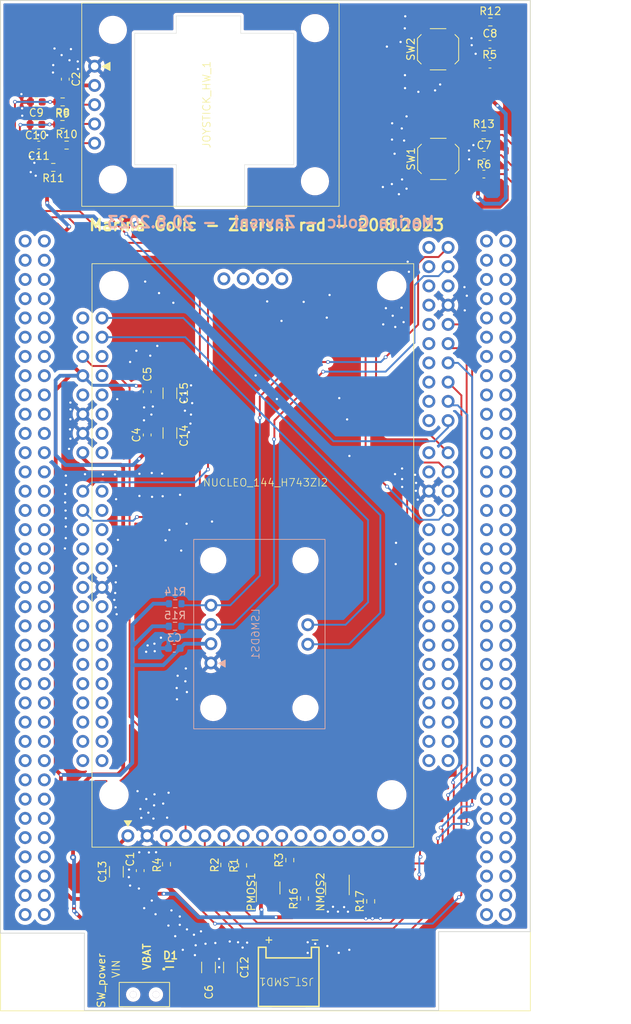
<source format=kicad_pcb>
(kicad_pcb (version 20221018) (generator pcbnew)
  (layers (0 "F.Cu" signal) (31 "B.Cu" signal) (34 "B.Paste" user) (35 "F.Paste" user) (36 "B.SilkS" user "B.Silkscreen") (37 "F.SilkS" user "F.Silkscreen") (38 "B.Mask" user) (39 "F.Mask" user) (44 "Edge.Cuts" user))
  (net 0 "")
  (net 1 "+3.3V")
  (net 2 "Earth")
  (net 3 "/D4")
  (net 4 "/D7")
  (net 5 "/VRx")
  (net 6 "/VRy")
  (net 7 "/SW")
  (net 8 "/CS")
  (net 9 "/DC{slash}RS")
  (net 10 "/SDI")
  (net 11 "/SCK")
  (net 12 "/LED")
  (net 13 "/SDO")
  (net 23 "/SCK(D13)")
  (net 24 "/SDI(MOSI)")
  (net 25 "/CSN")
  (net 27 "/SDO(MISO)")
  (net 28 "Net-(R12-Pad1)")
  (net 29 "Net-(R13-Pad1)")
  (net 30 "/NRST")
  (net 31 "/NC")
  (net 32 "/REF")
  (net 33 "/LED(PWM)")
  (net 37 "/VIN")
  (net 44 "/D")
  (net 45 "/T1")
  (net 46 "/dirY")
  (net 47 "/dirX")
  (net 48 "/D14")
  (net 49 "/D15")
  (net 62 "/VBAT")
  (net 63 "/PC_8")
  (net 67 "Net-(Schottky1-C)")
  (net 68 "/PC_9")
  (footprint "Capacitor_SMD:C_0603_1608Metric" (layer "F.Cu") (at 129.58 37.32)
    (fp_text reference "R5")
    (fp_text value "10k")
  )
  (footprint "Button_Switch_SMD:SW_SPST_SKQG_WithoutStem" (layer "F.Cu") (at 122.725 35.35 90)
    (fp_text reference "SW2")
    (fp_text value "SW_Push")
  )
  (footprint "Resistor_SMD:R_0603_1608Metric" (layer "F.Cu") (at 86.85 142.9 90)
    (fp_text reference "R4")
    (fp_text value "330R")
  )
  (footprint "Resistor_SMD:R_0603_1608Metric" (layer "F.Cu") (at 103.14 142.36 90)
    (fp_text reference "R3")
    (fp_text value "330R")
  )
  (footprint "Capacitor_SMD:C_0603_1608Metric" (layer "F.Cu") (at 129.58 34.7 180)
    (fp_text reference "C8")
    (fp_text value "10nF")
  )
  (footprint "Capacitor_SMD:C_0603_1608Metric" (layer "F.Cu") (at 84.3 86.25 90)
    (fp_text reference "C4")
    (fp_text value "100nF")
  )
  (footprint "Capacitor_SMD:C_1206_3216Metric" (layer "F.Cu") (at 87.3 80.75 -90)
    (fp_text reference "C15")
    (fp_text value "10uF")
  )
  (footprint "Capacitor_SMD:C_0603_1608Metric" (layer "F.Cu") (at 128.775 51.825)
    (fp_text reference "R6")
    (fp_text value "10k")
  )
  (footprint "BornaKiCad:LCD_TFT_2.4" (layer "F.Cu") (at 98.255 102.15)
    (fp_text reference "DISP1")
    (fp_text value "LCD TFT ILI9341")
  )
  (footprint "Resistor_SMD:R_0603_1608Metric" (layer "F.Cu") (at 73.65 48)
    (fp_text reference "R10")
    (fp_text value "100R")
  )
  (footprint "Capacitor_SMD:C_1206_3216Metric" (layer "F.Cu") (at 80.225 143.9 90)
    (fp_text reference "C13")
    (fp_text value "10uF")
  )
  (footprint "NUCLEO_PCB:NUCLEO_PCB" (layer "F.Cu") (at 99.92 95.58)
    (fp_text reference "NUCLEO_144_H743ZI2")
    (fp_text value "~")
  )
  (footprint "Power_Switch:Power_Switch" (layer "F.Cu") (at 84.19 159.7 180)
    (fp_text reference "SW_Power1" hide)
    (fp_text value "~" hide)
  )
  (footprint "Resistor_SMD:R_0603_1608Metric" (layer "F.Cu") (at 73.1 45.275)
    (fp_text reference "R9")
    (fp_text value "100R")
  )
  (footprint "Capacitor_SMD:C_0603_1608Metric" (layer "F.Cu") (at 69.65 42.3 180)
    (fp_text reference "C9")
    (fp_text value "10nF" hide)
  )
  (footprint "Capacitor_SMD:C_0603_1608Metric" (layer "F.Cu") (at 69.975 48 180)
    (fp_text reference "C11")
    (fp_text value "10nF")
  )
  (footprint "Resistor_SMD:R_0603_1608Metric" (layer "F.Cu") (at 129.63 31.75)
    (fp_text reference "R12")
    (fp_text value "100R")
  )
  (footprint "Capacitor_SMD:C_1206_3216Metric" (layer "F.Cu") (at 92.4 156.525 -90)
    (fp_text reference "C6")
    (fp_text value "10uF")
  )
  (footprint "Resistor_SMD:R_0603_1608Metric" (layer "F.Cu") (at 96.9 143.05 -90)
    (fp_text reference "R1")
    (fp_text value "330R")
  )
  (footprint "Capacitor_SMD:C_1206_3216Metric" (layer "F.Cu") (at 95.3 156.525 -90)
    (fp_text reference "C12")
    (fp_text value "10uF")
  )
  (footprint "Package_TO_SOT_SMD:SOT-23-3" (layer "F.Cu") (at 100.275 146.0375 90)
    (fp_text reference "PMOS1")
    (fp_text value "~")
  )
  (footprint "Capacitor_SMD:C_0603_1608Metric" (layer "F.Cu") (at 128.8 49.325 180)
    (fp_text reference "C7")
    (fp_text value "10nF")
  )
  (footprint "JOYSTICK:JOYSTICK" (layer "F.Cu") (at 92.65 42.665 90)
    (fp_text reference "JOYSTICK_HW_1")
    (fp_text value "~")
    (fp_line (start -13.4 -4.5) (end -7.92 -4.5) (stroke (width 0.05)) (layer "Edge.Cuts"))
    (fp_line (start -13.4 4.5) (end -13.4 -4.5) (stroke (width 0.05)) (layer "Edge.Cuts"))
    (fp_line (start -7.92 -10) (end 9.42 -10) (stroke (width 0.05)) (layer "Edge.Cuts"))
    (fp_line (start -7.92 -4.5) (end -7.92 -10) (stroke (width 0.05)) (layer "Edge.Cuts"))
    (fp_line (start -7.92 4.5) (end -13.4 4.5) (stroke (width 0.05)) (layer "Edge.Cuts"))
    (fp_line (start -7.92 11) (end -7.92 4.5) (stroke (width 0.05)) (layer "Edge.Cuts"))
    (fp_line (start 9.42 -10) (end 9.42 -4.5) (stroke (width 0.05)) (layer "Edge.Cuts"))
    (fp_line (start 9.42 -4.5) (end 11.72 -4.5) (stroke (width 0.05)) (layer "Edge.Cuts"))
    (fp_line (start 9.42 4) (end 9.42 11) (stroke (width 0.05)) (layer "Edge.Cuts"))
    (fp_line (start 9.42 11) (end -7.92 11) (stroke (width 0.05)) (layer "Edge.Cuts"))
    (fp_line (start 11.72 -4.5) (end 11.72 4) (stroke (width 0.05)) (layer "Edge.Cuts"))
    (fp_line (start 11.72 4) (end 9.42 4) (stroke (width 0.05)) (layer "Edge.Cuts"))
  )
  (footprint "Resistor_SMD:R_0603_1608Metric" (layer "F.Cu") (at 71.89 50.94 180)
    (fp_text reference "R11")
    (fp_text value "10k")
  )
  (footprint "Resistor_SMD:R_0603_1608Metric" (layer "F.Cu") (at 113.825 147.8 90)
    (fp_text reference "R17")
    (fp_text value "10k" hide)
  )
  (footprint "Capacitor_SMD:C_0603_1608Metric" (layer "F.Cu") (at 83.375 143.75 -90)
    (fp_text reference "C1")
    (fp_text value "100 nF")
  )
  (footprint "Capacitor_SMD:C_0603_1608Metric" (layer "F.Cu") (at 73.475 39.3 -90)
    (fp_text reference "C2")
    (fp_text value "100nF")
  )
  (footprint "Resistor_SMD:R_0603_1608Metric" (layer "F.Cu") (at 105.075 147.425 90)
    (fp_text reference "R16")
    (fp_text value "10k")
  )
  (footprint "Resistor_SMD:R_0603_1608Metric" (layer "F.Cu") (at 73.125 42.3 180)
    (fp_text reference "R8")
    (fp_text value "100R")
  )
  (footprint "JST_connector_SMD:JST_SMD" (layer "F.Cu") (at 102.7 157.9 180)
    (fp_text reference "JST_SMD1")
    (fp_text value "~")
  )
  (footprint "Capacitor_SMD:C_0603_1608Metric" (layer "F.Cu") (at 84.3 80.55 -90)
    (fp_text reference "C5")
    (fp_text value "100nF")
  )
  (footprint "Resistor_SMD:R_0603_1608Metric" (layer "F.Cu") (at 94.55 143 -90)
    (fp_text reference "R2")
    (fp_text value "330R")
  )
  (footprint "Button_Switch_SMD:SW_SPST_SKQG_WithoutStem" (layer "F.Cu") (at 122.75 49.825 90)
    (fp_text reference "SW1")
    (fp_text value "SW_Push")
  )
  (footprint "Package_TO_SOT_SMD:SOT-23-3" (layer "F.Cu") (at 109.425 146.1375 -90)
    (fp_text reference "NMOS2")
    (fp_text value "~")
  )
  (footprint "Resistor_SMD:R_0603_1608Metric" (layer "F.Cu") (at 128.75 46.65)
    (fp_text reference "R13")
    (fp_text value "100R")
  )
  (footprint "Capacitor_SMD:C_0603_1608Metric" (layer "F.Cu") (at 69.6 45.275 180)
    (fp_text reference "C10")
    (fp_text value "10nF")
  )
  (footprint "Capacitor_SMD:C_1206_3216Metric" (layer "F.Cu") (at 87.3 86 90)
    (fp_text reference "C14")
    (fp_text value "10uF")
  )
  (footprint "Schottky_D:Schottky_D" (layer "F.Cu") (at 87.3 156.2 180)
    (fp_text reference "D1")
    (fp_text value "~")
  )
  (footprint "Resistor_SMD:R_0603_1608Metric" (layer "B.Cu") (at 87.975 111.5 180)
    (fp_text reference "R15")
    (fp_text value "4,7k")
  )
  (footprint "Capacitor_SMD:C_0603_1608Metric" (layer "B.Cu") (at 87.875 114.4)
    (fp_text reference "C3")
    (fp_text value "100nF")
  )
  (footprint "LSMDS3_akceleometar_žiroskop:LSM6DS3" (layer "B.Cu") (at 99.115 112.535 -90)
    (fp_text reference "LSM6DS1")
    (fp_text value "~")
  )
  (footprint "Resistor_SMD:R_0603_1608Metric" (layer "B.Cu") (at 88 108.525)
    (fp_text reference "R14")
    (fp_text value "4,7k")
  )
  (gr_line (start 76 152) (end 64.9 152) (stroke (width 0.1)) (layer "Edge.Cuts"))
  (gr_line (start 122.8 151.8) (end 134.9 151.8) (stroke (width 0.1)) (layer "Edge.Cuts"))
  (gr_line (start 122.8 162.2) (end 76 162.2) (stroke (width 0.1)) (layer "Edge.Cuts"))
  (gr_line (start 64.9 28.9) (end 134.9 28.9) (stroke (width 0.1)) (layer "Edge.Cuts"))
  (gr_line (start 134.9 28.9) (end 134.9 151.8) (stroke (width 0.1)) (layer "Edge.Cuts"))
  (gr_line (start 76 162.2) (end 76 152) (stroke (width 0.1)) (layer "Edge.Cuts"))
  (gr_line (start 64.9 152) (end 64.9 28.9) (stroke (width 0.1)) (layer "Edge.Cuts"))
  (gr_line (start 122.8 151.8) (end 122.8 162.2) (stroke (width 0.1)) (layer "Edge.Cuts"))
  (gr_rect (start 148.175 96.225) (end 148.175 96.225) (stroke (width 0.1)) (fill none) (layer "Edge.Cuts"))
  (gr_text "Marina Golic - Zavrsni  - 20.8.2023\n\n" (at 122.428 61.468) (layer "B.SilkS") (effects (font (size 1.5 1.5) (thickness 0.3) bold) (justify left bottom mirror)))
  (gr_text "+" (at 101.092 153.416) (layer "F.SilkS") (effects (font (size 1 1)) (justify left bottom mirror)))
  (gr_text "VIN" (at 80.772 157.988 90) (layer "F.SilkS") (effects (font (size 1 1) (thickness 0.125)) (justify left bottom)))
  (gr_text "Marina Golic - Zavrsni rad - 20.8.2023\n" (at 76.454 59.436) (layer "F.SilkS") (effects (font (size 1.5 1.5) (thickness 0.3) bold) (justify left bottom)))
  (gr_text "VBAT" (at 84.836 156.972 90) (layer "F.SilkS") (effects (font (size 1 1) (thickness 0.1875)) (justify left bottom)))
  (gr_text "-" (at 107.188 153.416) (layer "F.SilkS") (effects (font (size 1 1)) (justify left bottom mirror)))
  (segment (start 128 54.8) (end 127.98 54.82) (width 0.25) (layer "F.Cu") (net 1))
  (segment (start 66.95 58.475) (end 72.375 58.475) (width 0.5) (layer "F.Cu") (net 1))
  (segment (start 83.375 142.975) (end 83.975 142.975) (width 0.5) (layer "F.Cu") (net 1))
  (segment (start 73.725 59.825) (end 73.725 76.365) (width 0.5) (layer "F.Cu") (net 1))
  (segment (start 83.975 142.975) (end 85.15 144.15) (width 0.5) (layer "F.Cu") (net 1))
  (segment (start 72.375 58.475) (end 73.365 59.465) (width 0.5) (layer "F.Cu") (net 1))
  (segment (start 87.3 87.475) (end 84.75 87.475) (width 0.5) (layer "F.Cu") (net 1))
  (segment (start 72.9 131.12) (end 72.21 130.43) (width 0.5) (layer "F.Cu") (net 1))
  (segment (start 73.525 40.125) (end 73.475 40.075) (width 0.25) (layer "F.Cu") (net 1))
  (segment (start 77.95 144.7) (end 77.95 147.485) (width 0.5) (layer "F.Cu") (net 1))
  (segment (start 105.075 148.25) (end 103.425 149.9) (width 0.5) (layer "F.Cu") (net 1))
  (segment (start 85.3 146.8) (end 84.825 146.325) (width 0.5) (layer "F.Cu") (net 1))
  (segment (start 128.805 37.32) (end 128.805 40.395) (width 0.5) (layer "F.Cu") (net 1))
  (segment (start 85.15 144.15) (end 85.15 146) (width 0.5) (layer "F.Cu") (net 1))
  (segment (start 65.85 57.375) (end 66.95 58.475) (width 0.5) (layer "F.Cu") (net 1))
  (segment (start 66.825 40.075) (end 65.85 41.05) (width 0.5) (layer "F.Cu") (net 1))
  (segment (start 84.3 87.025) (end 84.3 88.35) (width 0.5) (layer "F.Cu") (net 1))
  (segment (start 128.565 40.635) (end 126.83 42.37) (width 0.5) (layer "F.Cu") (net 1))
  (segment (start 74.095 78.43) (end 75.79 78.43) (width 0.5) (layer "F.Cu") (net 1))
  (segment (start 72.21 80.315) (end 74.095 78.43) (width 0.5) (layer "F.Cu") (net 1))
  (segment (start 73.475 40.075) (end 66.825 40.075) (width 0.5) (layer "F.Cu") (net 1))
  (segment (start 71.065 50.94) (end 71.065 55.595) (width 0.5) (layer "F.Cu") (net 1))
  (segment (start 83.665 147.485) (end 81.667817 147.485) (width 0.5) (layer "F.Cu") (net 1))
  (segment (start 84.3 88.35) (end 83.25 89.4) (width 0.5) (layer "F.Cu") (net 1))
  (segment (start 81.745 139.15) (end 80.225 140.67) (width 0.5) (layer "F.Cu") (net 1))
  (segment (start 130.58 42.8) (end 128.565 40.785) (width 0.5) (layer "F.Cu") (net 1))
  (segment (start 80.225 142.425) (end 77.95 144.7) (width 0.5) (layer "F.Cu") (net 1))
  (segment (start 71.065 55.595) (end 71.09 55.62) (width 0.25) (layer "F.Cu") (net 1))
  (segment (start 74.335 147.485) (end 72.9 146.05) (width 0.5) (layer "F.Cu") (net 1))
  (segment (start 116.634 42.37) (end 111.76 47.244) (width 0.5) (layer "F.Cu") (net 1))
  (segment (start 85.15 146) (end 84.825 146.325) (width 0.5) (layer "F.Cu") (net 1))
  (segment (start 80.475 147.485) (end 77.95 147.485) (width 0.5) (layer "F.Cu") (net 1))
  (segment (start 111.76 56.896) (end 110.236 58.42) (width 0.5) (layer "F.Cu") (net 1))
  (segment (start 111.76 47.244) (end 111.76 56.896) (width 0.5) (layer "F.Cu") (net 1))
  (segment (start 84.75 87.475) (end 84.3 87.025) (width 0.5) (layer "F.Cu") (net 1))
  (segment (start 73.99 58.76) (end 73.99 58.84) (width 0.25) (layer "F.Cu") (net 1))
  (segment (start 77.95 147.485) (end 74.335 147.485) (width 0.5) (layer "F.Cu") (net 1))
  (segment (start 80.225 140.67) (end 80.225 142.425) (width 0.5) (layer "F.Cu") (net 1))
  (segment (start 84.8 79.275) (end 84.3 79.775) (width 0.5) (layer "F.Cu") (net 1))
  (segment (start 128 51.825) (end 128 54.8) (width 0.5) (layer "F.Cu") (net 1))
  (segment (start 87.3 79.275) (end 84.8 79.275) (width 0.5) (layer "F.Cu") (net 1))
  (segment (start 99.325 147.175) (end 99.325 148.825) (width 0.5) (layer "F.Cu") (net 1))
  (segment (start 84.3 79.775) (end 82.824508 79.775) (width 0.4) (layer "F.Cu") (net 1))
  (segment (start 110.236 58.42) (end 82.804 58.42) (width 0.5) (layer "F.Cu") (net 1))
  (segment (start 128.565 40.785) (end 128.565 40.635) (width 0.25) (layer "F.Cu") (net 1))
  (segment (start 126.83 42.37) (end 116.634 42.37) (width 0.5) (layer "F.Cu") (net 1))
  (segment (start 73.525 40.125) (end 77.35 40.125) (width 0.5) (layer "F.Cu") (net 1))
  (segment (start 72.9 146.05) (end 72.9 131.12) (width 0.5) (layer "F.Cu") (net 1))
  (segment (start 128.805 40.395) (end 128.565 40.635) (width 0.5) (layer "F.Cu") (net 1))
  (segment (start 86.5 146.8) (end 85.3 146.8) (width 0.5) (layer "F.Cu") (net 1))
  (segment (start 73.365 59.465) (end 73.725 59.825) (width 0.5) (layer "F.Cu") (net 1))
  (segment (start 73.725 76.365) (end 75.79 78.43) (width 0.5) (layer "F.Cu") (net 1))
  (segment (start 72.21 130.43) (end 72.21 80.315) (width 0.5) (layer "F.Cu") (net 1))
  (segment (start 99.325 148.825) (end 99.4 148.9) (width 0.25) (layer "F.Cu") (net 1))
  (segment (start 103.425 149.9) (end 101.3 149.9) (width 0.5) (layer "F.Cu") (net 1))
  (segment (start 65.85 41.05) (end 65.85 57.375) (width 0.5) (layer "F.Cu") (net 1))
  (segment (start 73.99 58.84) (end 73.365 59.465) (width 0.5) (layer "F.Cu") (net 1))
  (segment (start 81.667817 147.485) (end 80.475 147.485) (width 0.5) (layer "F.Cu") (net 1))
  (segment (start 84.825 146.325) (end 83.665 147.485) (width 0.5) (layer "F.Cu") (net 1))
  (via (at 101.3 149.9) (size 0.5) (drill 0.3) (layers "F.Cu" "B.Cu") (net 1))
  (via (at 72.9 131.12) (size 0.5) (drill 0.3) (layers "F.Cu" "B.Cu") (net 1))
  (via (at 73.99 58.76) (size 0.5) (drill 0.3) (layers "F.Cu" "B.Cu") (net 1))
  (via (at 82.804 58.42) (size 0.8) (drill 0.4) (layers "F.Cu" "B.Cu") (net 1))
  (via (at 99.4 148.9) (size 0.5) (drill 0.3) (layers "F.Cu" "B.Cu") (net 1))
  (via (at 83.25 89.4) (size 0.5) (drill 0.3) (layers "F.Cu" "B.Cu") (net 1))
  (via (at 130.58 42.8) (size 0.5) (drill 0.3) (layers "F.Cu" "B.Cu") (net 1))
  (via (at 86.5 146.8) (size 0.5) (drill 0.3) (layers "F.Cu" "B.Cu") (net 1))
  (via (at 127.98 54.82) (size 0.5) (drill 0.3) (layers "F.Cu" "B.Cu") (net 1))
  (via (at 82.824508 79.775) (size 0.5) (drill 0.3) (layers "F.Cu" "B.Cu") (net 1))
  (via (at 71.09 55.62) (size 0.5) (drill 0.3) (layers "F.Cu" "B.Cu") (net 1))
  (segment (start 72.893 57.663) (end 73.99 58.76) (width 0.5) (layer "B.Cu") (net 1))
  (segment (start 92.2 113.805) (end 89.245 113.805) (width 0.5) (layer "B.Cu") (net 1))
  (segment (start 75.79 78.43) (end 72.795 78.43) (width 0.5) (layer "B.Cu") (net 1))
  (segment (start 127.98 54.82) (end 128.89 55.73) (width 0.5) (layer "B.Cu") (net 1))
  (segment (start 131.67 43.89) (end 130.58 42.8) (width 0.5) (layer "B.Cu") (net 1))
  (segment (start 77.06 79.7) (end 75.79 78.43) (width 0.4) (layer "B.Cu") (net 1))
  (segment (start 77.216 57.404) (end 73.152 57.404) (width 0.5) (layer "B.Cu") (net 1))
  (segment (start 74.135 131.125) (end 74.13 131.12) (width 0.5) (layer "B.Cu") (net 1))
  (segment (start 87.175 108.525) (end 85.1 108.525) (width 0.5) (layer "B.Cu") (net 1))
  (segment (start 128.89 55.73) (end 130.89 55.73) (width 0.5) (layer "B.Cu") (net 1))
  (segment (start 101.3 149.9) (end 99.5 149.9) (width 0.5) (layer "B.Cu") (net 1))
  (segment (start 82.824508 79.775) (end 82.749508 79.7) (width 0.4) (layer "B.Cu") (net 1))
  (segment (start 85 111.5) (end 82.325 114.175) (width 0.5) (layer "B.Cu") (net 1))
  (segment (start 87.15 111.5) (end 85 111.5) (width 0.5) (layer "B.Cu") (net 1))
  (segment (start 82.749508 79.7) (end 77.06 79.7) (width 0.4) (layer "B.Cu") (net 1))
  (segment (start 82.325 129.525) (end 80.725 131.125) (width 0.5) (layer "B.Cu") (net 1))
  (segment (start 71.09 55.62) (end 71.09 55.86) (width 0.25) (layer "B.Cu") (net 1))
  (segment (start 88 146.8) (end 86.4 146.8) (width 0.5) (layer "B.Cu") (net 1))
  (segment (start 99.5 149.9) (end 91.1 149.9) (width 0.5) (layer "B.Cu") (net 1))
  (segment (start 82.325 111.3) (end 82.325 114.175) (width 0.5) (layer "B.Cu") (net 1))
  (segment (start 89.245 113.805) (end 88.65 114.4) (width 0.5) (layer "B.Cu") (net 1))
  (segment (start 72.795 78.43) (end 72.2 79.025) (width 0.5) (layer "B.Cu") (net 1))
  (segment (start 82.325 116.63) (end 82.325 129.525) (width 0.5) (layer "B.Cu") (net 1))
  (segment (start 82.425 90.225) (end 73.525 90.225) (width 0.5) (layer "B.Cu") (net 1))
  (segment (start 99.4 148.9) (end 99.4 149.8) (width 0.5) (layer "B.Cu") (net 1))
  (segment (start 73.152 57.404) (end 72.893 57.663) (width 0.5) (layer "B.Cu") (net 1))
  (segment (start 71.09 55.86) (end 72.893 57.663) (width 0.5) (layer "B.Cu") (net 1))
  (segment (start 88.65 114.4) (end 86.42 116.63) (width 0.5) (layer "B.Cu") (net 1))
  (segment (start 130.89 55.73) (end 131.67 54.95) (width 0.5) (layer "B.Cu") (net 1))
  (segment (start 86.4 146.8) (end 86.5 146.8) (width 0.25) (layer "B.Cu") (net 1))
  (segment (start 83.25 89.4) (end 82.425 90.225) (width 0.5) (layer "B.Cu") (net 1))
  (segment (start 80.725 131.125) (end 74.135 131.125) (width 0.5) (layer "B.Cu") (net 1))
  (segment (start 73.525 90.225) (end 72.2 88.9) (width 0.5) (layer "B.Cu") (net 1))
  (segment (start 78.232 58.42) (end 77.216 57.404) (width 0.5) (layer "B.Cu") (net 1))
  (segment (start 85.1 108.525) (end 82.325 111.3) (width 0.5) (layer "B.Cu") (net 1))
  (segment (start 82.804 58.42) (end 78.232 58.42) (width 0.5) (layer "B.Cu") (net 1))
  (segment (start 91.1 149.9) (end 88.4 147.2) (width 0.5) (layer "B.Cu") (net 1))
  (segment (start 72.2 88.9) (end 72.2 79.025) (width 0.5) (layer "B.Cu") (net 1))
  (segment (start 99.5 149.9) (end 99.4 149.8) (width 0.25) (layer "B.Cu") (net 1))
  (segment (start 74.13 131.12) (end 72.9 131.12) (width 0.5) (layer "B.Cu") (net 1))
  (segment (start 86.42 116.63) (end 82.325 116.63) (width 0.5) (layer "B.Cu") (net 1))
  (segment (start 82.325 114.175) (end 82.325 116.63) (width 0.5) (layer "B.Cu") (net 1))
  (segment (start 131.67 54.95) (end 131.67 43.89) (width 0.5) (layer "B.Cu") (net 1))
  (segment (start 88.4 147.2) (end 88 146.8) (width 0.5) (layer "B.Cu") (net 1))
  (segment (start 120.875 32.25) (end 120.875 38.45) (width 0.25) (layer "F.Cu") (net 2))
  (segment (start 120.9 46.725) (end 120.9 52.925) (width 0.25) (layer "F.Cu") (net 2))
  (via (at 117.07 72) (size 0.5) (drill 0.3) (layers "F.Cu" "B.Cu") (net 2))
  (via (at 72.99 36.12) (size 0.5) (drill 0.3) (layers "F.Cu" "B.Cu") (net 2))
  (via (at 89.32 80.74) (size 0.5) (drill 0.3) (layers "F.Cu" "B.Cu") (net 2))
  (via (at 86.41 134.9) (size 0.5) (drill 0.3) (layers "F.Cu" "B.Cu") (net 2))
  (via (at 110.31 148.56) (size 0.5) (drill 0.3) (layers "F.Cu" "B.Cu") (net 2))
  (via (at 82.04 145.72) (size 0.5) (drill 0.3) (layers "F.Cu" "B.Cu") (net 2))
  (via (at 93.8 155.4) (size 0.5) (drill 0.3) (layers "F.Cu" "B.Cu") (net 2))
  (via (at 110.71 84.2) (size 0.5) (drill 0.3) (layers "F.Cu" "B.Cu") (net 2))
  (via (at 90.6 154.9) (size 0.5) (drill 0.3) (layers "F.Cu" "B.Cu") (net 2))
  (via (at 67.68 41.27) (size 0.5) (drill 0.3) (layers "F.Cu" "B.Cu") (net 2))
  (via (at 87.5 149) (size 0.5) (drill 0.3) (layers "F.Cu" "B.Cu") (net 2))
  (via (at 110.82 149.17) (size 0.5) (drill 0.3) (layers "F.Cu" "B.Cu") (net 2))
  (via (at 116.98 49.14) (size 0.5) (drill 0.3) (layers "F.Cu" "B.Cu") (net 2))
  (via (at 89 154.2) (size 0.5) (drill 0.3) (layers "F.Cu" "B.Cu") (net 2))
  (via (at 84.9 91.27) (size 0.5) (drill 0.3) (layers "F.Cu" "B.Cu") (net 2))
  (via (at 88.23 121.14) (size 0.5) (drill 0.3) (layers "F.Cu" "B.Cu") (net 2))
  (via (at 95.2 153.1) (size 0.5) (drill 0.3) (layers "F.Cu" "B.Cu") (net 2))
  (via (at 108.1 153.7) (size 0.5) (drill 0.3) (layers "F.Cu" "B.Cu") (net 2))
  (via (at 90.24 82.05) (size 0.5) (drill 0.3) (layers "F.Cu" "B.Cu") (net 2))
  (via (at 84.18 134.3) (size 0.5) (drill 0.3) (layers "F.Cu" "B.Cu") (net 2))
  (via (at 116.64 47.27) (size 0.5) (drill 0.3) (layers "F.Cu" "B.Cu") (net 2))
  (via (at 80.34 81.53) (size 0.5) (drill 0.3) (layers "F.Cu" "B.Cu") (net 2))
  (via (at 80.19 94.73) (size 0.5) (drill 0.3) (layers "F.Cu" "B.Cu") (net 2))
  (via (at 87.1 151) (size 0.5) (drill 0.3) (layers "F.Cu" "B.Cu") (net 2))
  (via (at 117.77 34.39) (size 0.5) (drill 0.3) (layers "F.Cu" "B.Cu") (net 2))
  (via (at 83.9 148.7) (size 0.5) (drill 0.3) (layers "F.Cu" "B.Cu") (net 2))
  (via (at 80.14 105.7) (size 0.5) (drill 0.3) (layers "F.Cu" "B.Cu") (net 2))
  (via (at 108.17 149.16) (size 0.5) (drill 0.3) (layers "F.Cu" "B.Cu") (net 2))
  (via (at 115.83 69.52) (size 0.5) (drill 0.3) (layers "F.Cu" "B.Cu") (net 2))
  (via (at 92 153.4) (size 0.5) (drill 0.3) (layers "F.Cu" "B.Cu") (net 2))
  (via (at 93.8 156.5) (size 0.5) (drill 0.3) (layers "F.Cu" "B.Cu") (net 2))
  (via (at 126.52 67.88) (size 0.5) (drill 0.3) (layers "F.Cu" "B.Cu") (net 2))
  (via (at 126.25 69.81) (size 0.5) (drill 0.3) (layers "F.Cu" "B.Cu") (net 2))
  (via (at 117.04 91.42) (size 0.5) (drill 0.3) (layers "F.Cu" "B.Cu") (net 2))
  (via (at 84.52 141.35) (size 0.5) (drill 0.3) (layers "F.Cu" "B.Cu") (net 2))
  (via (at 74.15 84.18) (size 0.5) (drill 0.3) (layers "F.Cu" "B.Cu") (net 2))
  (via (at 88 152.4) (size 0.5) (drill 0.3) (layers "F.Cu" "B.Cu") (net 2))
  (via (at 118.35 38.77) (size 0.5) (drill 0.3) (layers "F.Cu" "B.Cu") (net 2))
  (via (at 90.08 83.56) (size 0.5) (drill 0.3) (layers "F.Cu" "B.Cu") (net 2))
  (via (at 90.01 84.75) (size 0.5) (drill 0.3) (layers "F.Cu" "B.Cu") (net 2))
  (via (at 84.03 66.01) (size 0.5) (drill 0.3) (layers "F.Cu" "B.Cu") (net 2))
  (via (at 117.9 69.46) (size 0.5) (drill 0.3) (layers "F.Cu" "B.Cu") (net 2))
  (via (at 105.5 154.6) (size 0.5) (drill 0.3) (layers "F.Cu" "B.Cu") (net 2))
  (via (at 127.14 33.89) (size 0.5) (drill 0.3) (layers "F.Cu" "B.Cu") (net 2))
  (via (at 117.97 52.53) (size 0.5) (drill 0.3) (layers "F.Cu" "B.Cu") (net 2))
  (via (at 89.55 151.5) (size 0.5) (drill 0.3) (layers "F.Cu" "B.Cu") (net 2))
  (via (at 126.21 66.74) (size 0.5) (drill 0.3) (layers "F.Cu" "B.Cu") (net 2))
  (via (at 120.12 40.97) (size 0.5) (drill 0.3) (layers "F.Cu" "B.Cu") (net 2))
  (via (at 85.26 133.68) (size 0.5) (drill 0.3) (layers "F.Cu" "B.Cu") (net 2))
  (via (at 85.21 135.13) (size 0.5) (drill 0.3) (layers "F.Cu" "B.Cu") (net 2))
  (via (at 126.83 49.88) (size 0.5) (drill 0.3) (layers "F.Cu" "B.Cu") (net 2))
  (via (at 87.23 98.79) (size 0.5) (drill 0.3) (layers "F.Cu" "B.Cu") (net 2))
  (via (at 108.39 67.78) (size 0.5) (drill 0.3) (layers "F.Cu" "B.Cu") (net 2))
  (via (at 84.7 75.79) (size 0.5) (drill 0.3) (layers "F.Cu" "B.Cu") (net 2))
  (via (at 89.34 118.76) (size 0.5) (drill 0.3) (layers "F.Cu" "B.Cu") (net 2))
  (via (at 71.85 38.42) (size 0.5) (drill 0.3) (layers "F.Cu" "B.Cu") (net 2))
  (via (at 118.39 31) (size 0.5) (drill 0.3) (layers "F.Cu" "B.Cu") (net 2))
  (via (at 93.3 153.3) (size 0.5) (drill 0.3) (layers "F.Cu" "B.Cu") (net 2))
  (via (at 118.56 44.21) (size 0.5) (drill 0.3) (layers "F.Cu" "B.Cu") (net 2))
  (via (at 83.89 82.62) (size 0.5) (drill 0.3) (layers "F.Cu" "B.Cu") (net 2))
  (via (at 89.28 83.05) (size 0.5) (drill 0.3) (layers "F.Cu" "B.Cu") (net 2))
  (via (at 118.71 63.39) (size 0.5) (drill 0.3) (layers "F.Cu" "B.Cu") (net 2))
  (via (at 100.15 68.63) (size 0.5) (drill 0.3) (layers "F.Cu" "B.Cu") (net 2))
  (via (at 73.54 98.35) (size 0.5) (drill 0.3) (layers "F.Cu" "B.Cu") (net 2))
  (via (at 108.02 70.77) (size 0.5) (drill 0.3) (layers "F.Cu" "B.Cu") (net 2))
  (via (at 119.82 92.58) (size 0.5) (drill 0.3) (layers "F.Cu" "B.Cu") (net 2))
  (via (at 96.3 153.2) (size 0.5) (drill 0.3) (layers "F.Cu" "B.Cu") (net 2))
  (via (at 72.05 35.25) (size 0.5) (drill 0.3) (layers "F.Cu" "B.Cu") (net 2))
  (via (at 118.33 32.59) (size 0.5) (drill 0.3) (layers "F.Cu" "B.Cu") (net 2))
  (via (at 83.02 133.26) (size 0.5) (drill 0.3) (layers "F.Cu" "B.Cu") (net 2))
  (via (at 109.5 149.16) (size 0.5) (drill 0.3) (layers "F.Cu" "B.Cu") (net 2))
  (via (at 113.18 150.06) (size 0.5) (drill 0.3) (layers "F.Cu" "B.Cu") (net 2))
  (via (at 73.46 95.16) (size 0.5) (drill 0.3) (layers "F.Cu" "B.Cu") (net 2))
  (via (at 111 154.2) (size 0.5) (drill 0.3) (layers "F.Cu" "B.Cu") (net 2))
  (via (at 114.06 150.05) (size 0.5) (drill 0.3) (layers "F.Cu" "B.Cu") (net 2))
  (via (at 85.25 113.8) (size 0.5) (drill 0.3) (layers "F.Cu" "B.Cu") (net 2))
  (via (at 69.9 46.66) (size 0.5) (drill 0.3) (layers "F.Cu" "B.Cu") (net 2))
  (via (at 118.24 47.4) (size 0.5) (drill 0.3) (layers "F.Cu" "B.Cu") (net 2))
  (via (at 104.97 68.69) (size 0.5) (drill 0.3) (layers "F.Cu" "B.Cu") (net 2))
  (via (at 85.04 82.5) (size 0.5) (drill 0.3) (layers "F.Cu" "B.Cu") (net 2))
  (via (at 76.08 91.43) (size 0.5) (drill 0.3) (layers "F.Cu" "B.Cu") (net 2))
  (via (at 82.04 76.62) (size 0.5) (drill 0.3) (layers "F.Cu" "B.Cu") (net 2))
  (via (at 84.45 136.1) (size 0.5) (drill 0.3) (layers "F.Cu" "B.Cu") (net 2))
  (via (at 117.55 54.48) (size 0.5) (drill 0.3) (layers "F.Cu" "B.Cu") (net 2))
  (via (at 75.12 36.96) (size 0.5) (drill 0.3) (layers "F.Cu" "B.Cu") (net 2))
  (via (at 91.4 151.76) (size 0.5) (drill 0.3) (layers "F.Cu" "B.Cu") (net 2))
  (via (at 98.62 78.4) (size 0.5) (drill 0.3) (layers "F.Cu" "B.Cu") (net 2))
  (via (at 108.84 148.52) (size 0.5) (drill 0.3) (layers "F.Cu" "B.Cu") (net 2))
  (via (at 109.67 81.39) (size 0.5) (drill 0.3) (layers "F.Cu" "B.Cu") (net 2))
  (via (at 83.25 141.33) (size 0.5) (drill 0.3) (layers "F.Cu" "B.Cu") (net 2))
  (via (at 87.12 133.47) (size 0.5) (drill 0.3) (layers "F.Cu" "B.Cu") (net 2))
  (via (at 127.69 35.95) (size 0.5) (drill 0.3) (layers "F.Cu" "B.Cu") (net 2))
  (via (at 73.54 91.63) (size 0.5) (drill 0.3) (layers "F.Cu" "B.Cu") (net 2))
  (via (at 83.2 146.11) (size 0.5) (drill 0.3) (layers "F.Cu" "B.Cu") (net 2))
  (via (at 86.34 94.34) (size 0.5) (drill 0.3) (layers "F.Cu" "B.Cu") (net 2))
  (via (at 83.87 84.32) (size 0.5) (drill 0.3) (layers "F.Cu" "B.Cu") (net 2))
  (via (at 85.86 67.53) (size 0.5) (drill 0.3) (layers "F.Cu" "B.Cu") (net 2))
  (via (at 84.85 83.56) (size 0.5) (drill 0.3) (layers "F.Cu" "B.Cu") (net 2))
  (via (at 81.87 144.61) (size 0.5) (drill 0.3) (layers "F.Cu" "B.Cu") (net 2))
  (via (at 89.54 120.18) (size 0.5) (drill 0.3) (layers "F.Cu" "B.Cu") (net 2))
  (via (at 88.19 119.65) (size 0.5) (drill 0.3) (layers "F.Cu" "B.Cu") (net 2))
  (via (at 116.73 70.52) (size 0.5) (drill 0.3) (layers "F.Cu" "B.Cu") (net 2))
  (via (at 101.43 81.51) (size 0.5) (drill 0.3) (layers "F.Cu" "B.Cu") (net 2))
  (via (at 69.57 52.04) (size 0.5) (drill 0.3) (layers "F.Cu" "B.Cu") (net 2))
  (via (at 85.29 114.79) (size 0.5) (drill 0.3) (layers "F.Cu" "B.Cu") (net 2))
  (via (at 69.39 50.34) (size 0.5) (drill 0.3) (layers "F.Cu" "B.Cu") (net 2))
  (via (at 85.12 136.88) (size 0.5) (drill 0.3) (layers "F.Cu" "B.Cu") (net 2))
  (via (at 71.09 46.68) (size 0.5) (drill 0.3) (layers "F.Cu" "B.Cu") (net 2))
  (via (at 80.43 100.1) (size 0.5) (drill 0.3) (layers "F.Cu" "B.Cu") (net 2))
  (via (at 86.93 136.76) (size 0.5) (drill 0.3) (layers "F.Cu" "B.Cu") (net 2))
  (via (at 88.79 101.51) (size 0.5) (drill 0.3) (layers "F.Cu" "B.Cu") (net 2))
  (via (at 73.97 88.09) (size 0.5) (drill 0.3) (layers "F.Cu" "B.Cu") (net 2))
  (via (at 89.8 85.88) (size 0.5) (drill 0.3) (layers "F.Cu" "B.Cu") (net 2))
  (via (at 116.62 53.14) (size 0.5) (drill 0.3) (layers "F.Cu" "B.Cu") (net 2))
  (via (at 73.42 101.23) (size 0.5) (drill 0.3) (layers "F.Cu" "B.Cu") (net 2))
  (via (at 80.19 103.53) (size 0.5) (drill 0.3) (layers "F.Cu" "B.Cu") (net 2))
  (via (at 83.27 94.3) (size 0.5) (drill 0.3) (layers "F.Cu" "B.Cu") (net 2))
  (via (at 115.12 150.04) (size 0.5) (drill 0.3) (layers "F.Cu" "B.Cu") (net 2))
  (via (at 73.46 94.03) (size 0.5) (drill 0.3) (layers "F.Cu" "B.Cu") (net 2))
  (via (at 86.11 113.01) (size 0.5) (drill 0.3) (layers "F.Cu" "B.Cu") (net 2))
  (via (at 81.9 143.61) (size 0.5) (drill 0.3) (layers "F.Cu" "B.Cu") (net 2))
  (via (at 88.6 149.8) (size 0.5) (drill 0.3) (layers "F.Cu" "B.Cu") (net 2))
  (via (at 83.27 91.38) (size 0.5) (drill 0.3) (layers "F.Cu" "B.Cu") (net 2))
  (via (at 88.6 150.9) (size 0.5) (drill 0.3) (layers "F.Cu" "B.Cu") (net 2))
  (via (at 79.95 108.02) (size 0.5) (drill 0.3) (layers "F.Cu" "B.Cu") (net 2))
  (via (at 74.22 35.33) (size 0.5) (drill 0.3) (layers "F.Cu" "B.Cu") (net 2))
  (via (at 119.69 91.51) (size 0.5) (drill 0.3) (layers "F.Cu" "B.Cu") (net 2))
  (via (at 83.4 135.61) (size 0.5) (drill 0.3) (layers "F.Cu" "B.Cu") (net 2))
  (via (at 120.04 94.79) (size 0.5) (drill 0.3) (layers "F.Cu" "B.Cu") (net 2))
  (via (at 82.87 75.14) (size 0.5) (drill 0.3) (layers "F.Cu" "B.Cu") (net 2))
  (via (at 85.63 74.5) (size 0.5) (drill 0.3) (layers "F.Cu" "B.Cu") (net 2))
  (via (at 67.79 44.12) (size 0.5) (drill 0.3) (layers "F.Cu" "B.Cu") (net 2))
  (via (at 89.4 117.07) (size 0.5) (drill 0.3) (layers "F.Cu" "B.Cu") (net 2))
  (via (at 118.17 71.36) (size 0.5) (drill 0.3) (layers "F.Cu" "B.Cu") (net 2))
  (via (at 106.5 153.4) (size 0.5) (drill 0.3) (layers "F.Cu" "B.Cu") (net 2))
  (via (at 115.48 71.66) (size 0.5) (drill 0.3) (layers "F.Cu" "B.Cu") (net 2))
  (via (at 84.9 147.7) (size 0.5) (drill 0.3) (layers "F.Cu" "B.Cu") (net 2))
  (via (at 74.03 36.8) (size 0.5) (drill 0.3) (layers "F.Cu" "B.Cu") (net 2))
  (via (at 111.01 89.02) (size 0.5) (drill 0.3) (layers "F.Cu" "B.Cu") (net 2))
  (via (at 68.91 51.56) (size 0.5) (drill 0.3) (layers "F.Cu" "B.Cu") (net 2))
  (via (at 117.97 90.68) (size 0.5) (drill 0.3) (layers "F.Cu" "B.Cu") (net 2))
  (via (at 118.36 40.48) (size 0.5) (drill 0.3) (layers "F.Cu" "B.Cu") (net 2))
  (via (at 117.13 103.29) (size 0.5) (drill 0.3) (layers "F.Cu" "B.Cu") (net 2))
  (via (at 74.16 82.88) (size 0.5) (drill 0.3) (layers "F.Cu" "B.Cu") (net 2))
  (via (at 84.16 114.87) (size 0.5) (drill 0.3) (layers "F.Cu" "B.Cu") (net 2))
  (via (at 87.75 68.81) (size 0.5) (drill 0.3) (layers "F.Cu" "B.Cu") (net 2))
  (via (at 80.26 109.91) (size 0.5) (drill 0.3) (layers "F.Cu" "B.Cu") (net 2))
  (via (at 117.97 92.07) (size 0.5) (drill 0.3) (layers "F.Cu" "B.Cu") (net 2))
  (via (at 117.98 93.11) (size 0.5) (drill 0.3) (layers "F.Cu" "B.Cu") (net 2))
  (via (at 80.04 91.46) (size 0.5) (drill 0.3) (layers "F.Cu" "B.Cu") (net 2))
  (via (at 119.79 93.62) (size 0.5) (drill 0.3) (layers "F.Cu" "B.Cu") (net 2))
  (via (at 85.4 149.5) (size 0.5) (drill 0.3) (layers "F.Cu" "B.Cu") (net 2))
  (via (at 85.47 141.32) (size 0.5) (drill 0.3) (layers "F.Cu" "B.Cu") (net 2))
  (via (at 109.6 154.6) (size 0.5) (drill 0.3) (layers "F.Cu" "B.Cu") (net 2))
  (via (at 74.1 85.51) (size 0.5) (drill 0.3) (layers "F.Cu" "B.Cu") (net 2))
  (via (at 74.15 81.98) (size 0.5) (drill 0.3) (layers "F.Cu" "B.Cu") (net 2))
  (via (at 117.17 100.49) (size 0.5) (drill 0.3) (layers "F.Cu" "B.Cu") (net 2))
  (via (at 90.09 79.71) (size 0.5) (drill 0.3) (layers "F.Cu" "B.Cu") (net 2))
  (via (at 122.33 40.78) (size 0.5) (drill 0.3) (layers "F.Cu" "B.Cu") (net 2))
  (via (at 84.94 94.42) (size 0.5) (drill 0.3) (layers "F.Cu" "B.Cu") (net 2))
  (via (at 92.86 97.68) (size 0.5) (drill 0.3) (layers "F.Cu" "B.Cu") (net 2))
  (via (at 80.07 107.11) (size 0.5) (drill 0.3) (layers "F.Cu" "B.Cu") (net 2))
  (via (at 115.43 53.53) (size 0.5) (drill 0.3) (layers "F.Cu" "B.Cu") (net 2))
  (via (at 90.7 153.6) (size 0.5) (drill 0.3) (layers "F.Cu" "B.Cu") (net 2))
  (via (at 73.54 97.24) (size 0.5) (drill 0.3) (layers "F.Cu" "B.Cu") (net 2))
  (via (at 71.88 37.44) (size 0.5) (drill 0.3) (layers "F.Cu" "B.Cu") (net 2))
  (via (at 115.96 35) (size 0.5) (drill 0.3) (layers "F.Cu" "B.Cu") (net 2))
  (via (at 69.96 49.55) (size 0.5) (drill 0.3) (layers "F.Cu" "B.Cu") (net 2))
  (via (at 90.47 152.21) (size 0.5) (drill 0.3) (layers "F.Cu" "B.Cu") (net 2))
  (via (at 83.52 136.78) (size 0.5) (drill 0.3) (layers "F.Cu" "B.Cu") (net 2))
  (via (at 67.77 43.15) (size 0.5) (drill 0.3) (layers "F.Cu" "B.Cu") (net 2))
  (via (at 86.72 100.16) (size 0.5) (drill 0.3) (layers "F.Cu" "B.Cu") (net 2))
  (via (at 89.5 97.97) (size 0.5) (drill 0.3) (layers "F.Cu" "B.Cu") (net 2))
  (via (at 127.17 34.81) (size 0.5) (drill 0.3) (layers "F.Cu" "B.Cu") (net 2))
  (via (at 73.51 96.23) (size 0.5) (drill 0.3) (layers "F.Cu" "B.Cu") (net 2))
  (via (at 118.56 53.75) (size 0.5) (drill 0.3) (layers "F.Cu" "B.Cu") (net 2))
  (via (at 75.15 37.96) (size 0.5) (drill 0.3) (layers "F.Cu" "B.Cu") (net 2))
  (via (at 126.81 48.72) (size 0.5) (drill 0.3) (layers "F.Cu" "B.Cu") (net 2))
  (via (at 74.15 86.75) (size 0.5) (drill 0.3) (layers "F.Cu" "B.Cu") (net 2))
  (via (at 84.35 114.03) (size 0.5) (drill 0.3) (layers "F.Cu" "B.Cu") (net 2))
  (via (at 73.54 99.87) (size 0.5) (drill 0.3) (layers "F.Cu" "B.Cu") (net 2))
  (via (at 118.87 64.72) (size 0.5) (drill 0.3) (layers "F.Cu" "B.Cu") (net 2))
  (via (at 88.32 118.03) (size 0.5) (drill 0.3) (layers "F.Cu" "B.Cu") (net 2))
  (via (at 116.66 45.12) (size 0.5) (drill 0.3) (layers "F.Cu" "B.Cu") (net 2))
  (via (at 96.9 153.9) (size 0.5) (drill 0.3) (layers "F.Cu" "B.Cu") (net 2))
  (via (at 73.6 92.85) (size 0.5) (drill 0.3) (layers "F.Cu" "B.Cu") (net 2))
  (via (at 68.81 49.54) (size 0.5) (drill 0.3) (layers "F.Cu" "B.Cu") (net 2))
  (via (at 89.22 81.87) (size 0.5) (drill 0.3) (layers "F.Cu" "B.Cu") (net 2))
  (via (at 117.93 45.8) (size 0.5) (drill 0.3) (layers "F.Cu" "B.Cu") (net 2))
  (via (at 123 40) (size 0.5) (drill 0.3) (layers "F.Cu" "B.Cu") (net 2))
  (via (at 102.04 71.2) (size 0.5) (drill 0.3) (layers "F.Cu" "B.Cu") (net 2))
  (via (at 88.64 94.15) (size 0.5) (drill 0.3) (layers "F.Cu" "B.Cu") (net 2))
  (via (at 80.12 109) (size 0.5) (drill 0.3) (layers "F.Cu" "B.Cu") (net 2))
  (via (at 97.5 153.25) (size 0.5) (drill 0.3) (layers "F.Cu" "B.Cu") (net 2))
  (via (at 78.44 91.46) (size 0.5) (drill 0.3) (layers "F.Cu" "B.Cu") (net 2))
  (via (at 127.39 48) (size 0.5) (drill 0.3) (layers "F.Cu" "B.Cu") (net 2))
  (via (at 86.27 91.35) (size 0.5) (drill 0.3) (layers "F.Cu" "B.Cu") (net 2))
  (via (at 105.5 153.2) (size 0.5) (drill 0.3) (layers "F.Cu" "B.Cu") (net 2))
  (segment (start 131.225 57.025) (end 132.675 55.575) (width 0.25) (layer "F.Cu") (net 3))
  (segment (start 131.4 51.825) (end 132.675 53.1) (width 0.25) (layer "F.Cu") (net 3))
  (segment (start 115.9925 93.0675) (end 113.15 90.225) (width 0.25) (layer "F.Cu") (net 3))
  (segment (start 129.575 49.325) (end 131.075 49.325) (width 0.25) (layer "F.Cu") (net 3))
  (segment (start 131.075 49.325) (end 132.675 50.925) (width 0.25) (layer "F.Cu") (net 3))
  (segment (start 132.675 48.075) (end 132.675 50.925) (width 0.25) (layer "F.Cu") (net 3))
  (segment (start 132.675 50.925) (end 132.675 53.1) (width 0.25) (layer "F.Cu") (net 3))
  (segment (start 129.55 51.825) (end 131.4 51.825) (width 0.25) (layer "F.Cu") (net 3))
  (segment (start 132.675 55.575) (end 132.675 53.1) (width 0.25) (layer "F.Cu") (net 3))
  (segment (start 129.575 46.65) (end 131.25 46.65) (width 0.25) (layer "F.Cu") (net 3))
  (segment (start 115.9 57.025) (end 131.225 57.025) (width 0.25) (layer "F.Cu") (net 3))
  (segment (start 131.25 46.65) (end 132.675 48.075) (width 0.25) (layer "F.Cu") (net 3))
  (segment (start 113.15 90.225) (end 113.15 59.775) (width 0.25) (layer "F.Cu") (net 3))
  (segment (start 113.15 59.775) (end 115.9 57.025) (width 0.25) (layer "F.Cu") (net 3))
  (via (at 115.9925 93.0675) (size 0.5) (drill 0.3) (layers "F.Cu" "B.Cu") (net 3))
  (segment (start 115.9925 93.0675) (end 120.365 97.44) (width 0.25) (layer "B.Cu") (net 3))
  (segment (start 120.365 97.44) (end 122.82 97.44) (width 0.25) (layer "B.Cu") (net 3))
  (segment (start 122.82 97.44) (end 124.05 96.21) (width 0.25) (layer "B.Cu") (net 3))
  (segment (start 131.72 34.7) (end 133.89 36.87) (width 0.25) (layer "F.Cu") (net 4))
  (segment (start 114.53 84.52) (end 116.08 86.07) (width 0.25) (layer "F.Cu") (net 4))
  (segment (start 130.355 34.7) (end 131.72 34.7) (width 0.25) (layer "F.Cu") (net 4))
  (segment (start 133.89 39.36) (end 133.89 56.8) (width 0.25) (layer "F.Cu") (net 4))
  (segment (start 133.89 33.72) (end 133.89 36.87) (width 0.25) (layer "F.Cu") (net 4))
  (segment (start 116.59 58.32) (end 114.53 60.38) (width 0.25) (layer "F.Cu") (net 4))
  (segment (start 130.455 31.75) (end 131.92 31.75) (width 0.25) (layer "F.Cu") (net 4))
  (segment (start 121.53 86.07) (end 124.05 88.59) (width 0.25) (layer "F.Cu") (net 4))
  (segment (start 131.85 37.32) (end 133.89 39.36) (width 0.25) (layer "F.Cu") (net 4))
  (segment (start 130.355 37.32) (end 131.85 37.32) (width 0.25) (layer "F.Cu") (net 4))
  (segment (start 131.92 31.75) (end 133.89 33.72) (width 0.25) (layer "F.Cu") (net 4))
  (segment (start 133.89 56.8) (end 132.37 58.32) (width 0.25) (layer "F.Cu") (net 4))
  (segment (start 132.37 58.32) (end 116.59 58.32) (width 0.25) (layer "F.Cu") (net 4))
  (segment (start 114.53 60.38) (end 114.53 84.52) (width 0.25) (layer "F.Cu") (net 4))
  (segment (start 133.89 36.87) (end 133.89 39.36) (width 0.25) (layer "F.Cu") (net 4))
  (segment (start 116.08 86.07) (end 121.53 86.07) (width 0.25) (layer "F.Cu") (net 4))
  (segment (start 91.25 94.85) (end 89.02 97.08) (width 0.25) (layer "F.Cu") (net 5))
  (segment (start 89.02 97.08) (end 82.94 97.08) (width 0.25) (layer "F.Cu") (net 5))
  (segment (start 73.85 57.525) (end 78.3 61.975) (width 0.25) (layer "F.Cu") (net 5))
  (segment (start 78.3 61.975) (end 88.876167 61.975) (width 0.25) (layer "F.Cu") (net 5))
  (segment (start 91.25 64.348833) (end 91.25 94.85) (width 0.25) (layer "F.Cu") (net 5))
  (segment (start 66.825 42.29) (end 66.825 56.15) (width 0.25) (layer "F.Cu") (net 5))
  (segment (start 71.47 42.3) (end 72.3 42.3) (width 0.25) (layer "F.Cu") (net 5))
  (segment (start 66.825 56.15) (end 68.2 57.525) (width 0.25) (layer "F.Cu") (net 5))
  (segment (start 68.2 57.525) (end 73.85 57.525) (width 0.25) (layer "F.Cu") (net 5))
  (segment (start 88.876167 61.975) (end 91.25 64.348833) (width 0.25) (layer "F.Cu") (net 5))
  (segment (start 71.47 42.3) (end 70.425 42.3) (width 0.25) (layer "F.Cu") (net 5))
  (via (at 71.47 42.3) (size 0.5) (drill 0.3) (layers "F.Cu" "B.Cu") (net 5))
  (via (at 66.825 42.29) (size 0.5) (drill 0.3) (layers "F.Cu" "B.Cu") (net 5))
  (via (at 82.94 97.08) (size 0.5) (drill 0.3) (layers "F.Cu" "B.Cu") (net 5))
  (segment (start 82.94 97.08) (end 82.445 97.575) (width 0.25) (layer "B.Cu") (net 5))
  (segment (start 82.445 97.575) (end 77.155 97.575) (width 0.25) (layer "B.Cu") (net 5))
  (segment (start 77.155 97.575) (end 75.79 96.21) (width 0.25) (layer "B.Cu") (net 5))
  (segment (start 66.825 42.29) (end 66.835 42.3) (width 0.25) (layer "B.Cu") (net 5))
  (segment (start 66.835 42.3) (end 71.47 42.3) (width 0.25) (layer "B.Cu") (net 5))
  (segment (start 71.4 45.275) (end 72.275 45.275) (width 0.25) (layer "F.Cu") (net 6))
  (segment (start 67.525 45.325) (end 67.5495 45.325) (width 0.25) (layer "F.Cu") (net 6))
  (segment (start 68.925 56.7) (end 67.475 55.25) (width 0.25) (layer "F.Cu") (net 6))
  (segment (start 89 60.9) (end 79.575 60.9) (width 0.25) (layer "F.Cu") (net 6))
  (segment (start 92.33 64.23) (end 89 60.9) (width 0.25) (layer "F.Cu") (net 6))
  (segment (start 92.33 90.8) (end 92.33 64.23) (width 0.25) (layer "F.Cu") (net 6))
  (segment (start 67.475 45.325) (end 67.5 45.3) (width 0.25) (layer "F.Cu") (net 6))
  (segment (start 67.475 55.25) (end 67.475 45.325) (width 0.25) (layer "F.Cu") (net 6))
  (segment (start 67.5 45.3) (end 67.525 45.325) (width 0.25) (layer "F.Cu") (net 6))
  (segment (start 75.375 56.7) (end 68.925 56.7) (width 0.25) (layer "F.Cu") (net 6))
  (segment (start 79.575 60.9) (end 75.375 56.7) (width 0.25) (layer "F.Cu") (net 6))
  (segment (start 70.375 45.275) (end 71.4 45.275) (width 0.25) (layer "F.Cu") (net 6))
  (via (at 67.5495 45.325) (size 0.5) (drill 0.3) (layers "F.Cu" "B.Cu") (net 6))
  (via (at 71.4 45.275) (size 0.5) (drill 0.3) (layers "F.Cu" "B.Cu") (net 6))
  (via (at 92.33 90.8) (size 0.5) (drill 0.3) (layers "F.Cu" "B.Cu") (net 6))
  (segment (start 90.635 92.495) (end 76.965 92.495) (width 0.25) (layer "B.Cu") (net 6))
  (segment (start 92.33 90.8) (end 90.635 92.495) (width 0.25) (layer "B.Cu") (net 6))
  (segment (start 71.4 45.3) (end 71.4 45.275) (width 0.25) (layer "B.Cu") (net 6))
  (segment (start 76.965 92.495) (end 75.79 93.67) (width 0.25) (layer "B.Cu") (net 6))
  (segment (start 71.375 45.325) (end 71.4 45.3) (width 0.25) (layer "B.Cu") (net 6))
  (segment (start 67.5495 45.325) (end 71.375 45.325) (width 0.25) (layer "B.Cu") (net 6))
  (segment (start 72.715 50.94) (end 72.715 54.865) (width 0.25) (layer "F.Cu") (net 7))
  (segment (start 72.825 48) (end 70.75 48) (width 0.25) (layer "F.Cu") (net 7))
  (segment (start 72.715 48.11) (end 72.825 48) (width 0.25) (layer "F.Cu") (net 7))
  (segment (start 77.425 55.6) (end 81.525 59.7) (width 0.25) (layer "F.Cu") (net 7))
  (segment (start 72.715 50.94) (end 72.715 48.11) (width 0.25) (layer "F.Cu") (net 7))
  (segment (start 72.715 54.865) (end 73.45 55.6) (width 0.25) (layer "F.Cu") (net 7))
  (segment (start 73.45 55.6) (end 77.425 55.6) (width 0.25) (layer "F.Cu") (net 7))
  (via (at 81.525 59.7) (size 0.5) (drill 0.3) (layers "F.Cu" "B.Cu") (net 7))
  (segment (start 108.9 87.075) (end 122.25 87.075) (width 0.25) (layer "B.Cu") (net 7))
  (segment (start 122.25 87.075) (end 124.05 85.275) (width 0.25) (layer "B.Cu") (net 7))
  (segment (start 124.05 85.275) (end 124.05 84.36) (width 0.25) (layer "B.Cu") (net 7))
  (segment (start 81.525 59.7) (end 108.9 87.075) (width 0.25) (layer "B.Cu") (net 7))
  (segment (start 86.825 142.05) (end 86.825 139.15) (width 0.25) (layer "F.Cu") (net 8))
  (segment (start 86.85 142.075) (end 86.825 142.05) (width 0.25) (layer "F.Cu") (net 8))
  (segment (start 96.2 152) (end 91.905 147.705) (width 0.25) (layer "F.Cu") (net 9))
  (segment (start 124.8 145.9) (end 118.7 152) (width 0.25) (layer "F.Cu") (net 9))
  (segment (start 118.7 152) (end 96.2 152) (width 0.25) (layer "F.Cu") (net 9))
  (segment (start 91.905 147.705) (end 91.905 139.15) (width 0.25) (layer "F.Cu") (net 9))
  (segment (start 124.8 132.2) (end 124.8 145.9) (width 0.25) (layer "F.Cu") (net 9))
  (segment (start 124.700201 132.100201) (end 124.8 132.2) (width 0.25) (layer "F.Cu") (net 9))
  (via (at 124.700201 132.100201) (size 0.5) (drill 0.3) (layers "F.Cu" "B.Cu") (net 9))
  (segment (start 124.700201 132.100201) (end 124.700201 131.765299) (width 0.25) (layer "B.Cu") (net 9))
  (segment (start 126.59 83.61) (end 126.59 129.8755) (width 0.25) (layer "B.Cu") (net 9))
  (segment (start 124.700201 131.765299) (end 126.59 129.8755) (width 0.25) (layer "B.Cu") (net 9))
  (segment (start 124.05 81.82) (end 124.57 82.34) (width 0.25) (layer "B.Cu") (net 9))
  (segment (start 125.32 82.34) (end 126.59 83.61) (width 0.25) (layer "B.Cu") (net 9))
  (segment (start 124.57 82.34) (end 125.32 82.34) (width 0.25) (layer "B.Cu") (net 9))
  (segment (start 94.445 142.07) (end 94.55 142.175) (width 0.25) (layer "F.Cu") (net 10))
  (segment (start 94.445 139.15) (end 94.445 142.07) (width 0.25) (layer "F.Cu") (net 10))
  (segment (start 96.985 139.15) (end 96.985 142.14) (width 0.25) (layer "F.Cu") (net 11))
  (segment (start 96.985 142.14) (end 96.9 142.225) (width 0.25) (layer "F.Cu") (net 11))
  (segment (start 99.525 144.15) (end 100.275 144.9) (width 0.25) (layer "F.Cu") (net 12))
  (segment (start 99.525 139.15) (end 99.525 144.15) (width 0.25) (layer "F.Cu") (net 12))
  (segment (start 102.065 139.15) (end 102.065 140.46) (width 0.25) (layer "F.Cu") (net 13))
  (segment (start 102.065 140.46) (end 103.14 141.535) (width 0.25) (layer "F.Cu") (net 13))
  (segment (start 123.3255 138.3255) (end 123.077951 138.077951) (width 0.25) (layer "F.Cu") (net 23))
  (segment (start 96.9 148.7) (end 98.835 150.635) (width 0.25) (layer "F.Cu") (net 23))
  (segment (start 116.403173 150.635) (end 123.3255 143.712673) (width 0.25) (layer "F.Cu") (net 23))
  (segment (start 127.225 72.815) (end 126.07 71.66) (width 0.25) (layer "F.Cu") (net 23))
  (segment (start 98.835 150.635) (end 116.403173 150.635) (width 0.25) (layer "F.Cu") (net 23))
  (segment (start 127.225 135.045) (end 127.225 72.815) (width 0.25) (layer "F.Cu") (net 23))
  (segment (start 96.9 143.875) (end 96.9 148.7) (width 0.25) (layer "F.Cu") (net 23))
  (segment (start 126.07 71.66) (end 124.05 71.66) (width 0.25) (layer "F.Cu") (net 23))
  (segment (start 123.3255 143.712673) (end 123.3255 138.3255) (width 0.25) (layer "F.Cu") (net 23))
  (via (at 127.225 135.045) (size 0.5) (drill 0.3) (layers "F.Cu" "B.Cu") (net 23))
  (via (at 123.077951 138.077951) (size 0.5) (drill 0.3) (layers "F.Cu" "B.Cu") (net 23))
  (segment (start 125.8655 135.290402) (end 123.077951 138.077951) (width 0.25) (layer "B.Cu") (net 23))
  (segment (start 125.8655 135.290402) (end 126.979598 135.290402) (width 0.25) (layer "B.Cu") (net 23))
  (segment (start 126.979598 135.290402) (end 127.225 135.045) (width 0.25) (layer "B.Cu") (net 23))
  (segment (start 97 151.4) (end 116.8 151.4) (width 0.25) (layer "F.Cu") (net 24))
  (segment (start 94.55 143.825) (end 94.55 148.95) (width 0.25) (layer "F.Cu") (net 24))
  (segment (start 124.05 144.15) (end 124.05 133.775) (width 0.25) (layer "F.Cu") (net 24))
  (segment (start 116.8 151.4) (end 124.05 144.15) (width 0.25) (layer "F.Cu") (net 24))
  (segment (start 94.55 148.95) (end 97 151.4) (width 0.25) (layer "F.Cu") (net 24))
  (via (at 124.05 133.775) (size 0.5) (drill 0.3) (layers "F.Cu" "B.Cu") (net 24))
  (segment (start 125.365 76.74) (end 124.05 76.74) (width 0.25) (layer "B.Cu") (net 24))
  (segment (start 127.225 78.6) (end 125.365 76.74) (width 0.25) (layer "B.Cu") (net 24))
  (segment (start 127.225 130.6) (end 127.225 78.6) (width 0.25) (layer "B.Cu") (net 24))
  (segment (start 124.05 133.775) (end 127.225 130.6) (width 0.25) (layer "B.Cu") (net 24))
  (segment (start 86.85 143.725) (end 86.85 144.35) (width 0.25) (layer "F.Cu") (net 25))
  (segment (start 125.8055 81.0355) (end 124.05 79.28) (width 0.25) (layer "F.Cu") (net 25))
  (segment (start 86.85 144.35) (end 93.25 150.75) (width 0.25) (layer "F.Cu") (net 25))
  (segment (start 125.8055 146.9445) (end 125.8055 81.0355) (width 0.25) (layer "F.Cu") (net 25))
  (segment (start 125.5 147.25) (end 125.8055 146.9445) (width 0.25) (layer "F.Cu") (net 25))
  (via (at 93.25 150.75) (size 0.5) (drill 0.3) (layers "F.Cu" "B.Cu") (net 25))
  (via (at 125.5 147.25) (size 0.5) (drill 0.3) (layers "F.Cu" "B.Cu") (net 25))
  (segment (start 122 150.75) (end 125.5 147.25) (width 0.25) (layer "B.Cu") (net 25))
  (segment (start 93.25 150.75) (end 122 150.75) (width 0.25) (layer "B.Cu") (net 25))
  (segment (start 103.525 142.8) (end 103.14 143.185) (width 0.25) (layer "F.Cu") (net 27))
  (segment (start 122.6905 139.49) (end 122.6905 140.9345) (width 0.25) (layer "F.Cu") (net 27))
  (segment (start 126.5 137.4055) (end 126.6795 137.585) (width 0.25) (layer "F.Cu") (net 27))
  (segment (start 120.825 142.8) (end 103.525 142.8) (width 0.25) (layer "F.Cu") (net 27))
  (segment (start 125.4 74.8) (end 126.5 75.9) (width 0.25) (layer "F.Cu") (net 27))
  (segment (start 124.65 74.8) (end 125.4 74.8) (width 0.25) (layer "F.Cu") (net 27))
  (segment (start 126.5 75.9) (end 126.5 137.4055) (width 0.25) (layer "F.Cu") (net 27))
  (segment (start 124.05 74.2) (end 124.65 74.8) (width 0.25) (layer "F.Cu") (net 27))
  (segment (start 126.6795 137.585) (end 126.6795 137.4955) (width 0.25) (layer "F.Cu") (net 27))
  (segment (start 122.6905 140.9345) (end 120.825 142.8) (width 0.25) (layer "F.Cu") (net 27))
  (via (at 126.6795 137.585) (size 0.5) (drill 0.3) (layers "F.Cu" "B.Cu") (net 27))
  (via (at 122.6905 139.49) (size 0.5) (drill 0.3) (layers "F.Cu" "B.Cu") (net 27))
  (segment (start 122.6905 139.49) (end 124.5955 137.585) (width 0.25) (layer "B.Cu") (net 27))
  (segment (start 124.5955 137.585) (end 126.6795 137.585) (width 0.25) (layer "B.Cu") (net 27))
  (segment (start 128.305 32.25) (end 124.575 32.25) (width 0.25) (layer "F.Cu") (net 28))
  (segment (start 128.805 31.75) (end 128.305 32.25) (width 0.25) (layer "F.Cu") (net 28))
  (segment (start 124.575 32.25) (end 124.575 38.45) (width 0.25) (layer "F.Cu") (net 28))
  (segment (start 124.6 46.1) (end 124.6 46.725) (width 0.25) (layer "F.Cu") (net 29))
  (segment (start 124.6 46.725) (end 124.6 52.925) (width 0.25) (layer "F.Cu") (net 29))
  (segment (start 125.6 45.1) (end 124.6 46.1) (width 0.25) (layer "F.Cu") (net 29))
  (segment (start 127.925 45.925) (end 127.1 45.1) (width 0.25) (layer "F.Cu") (net 29))
  (segment (start 127.925 46.65) (end 127.925 45.925) (width 0.25) (layer "F.Cu") (net 29))
  (segment (start 127.1 45.1) (end 125.6 45.1) (width 0.25) (layer "F.Cu") (net 29))
  (segment (start 89.365 130.84) (end 81.97 123.445) (width 0.25) (layer "F.Cu") (net 30))
  (segment (start 89.365 139.15) (end 89.365 130.84) (width 0.25) (layer "F.Cu") (net 30))
  (segment (start 81.97 79.98) (end 79.14 77.15) (width 0.25) (layer "F.Cu") (net 30))
  (segment (start 77.05 77.15) (end 75.79 75.89) (width 0.25) (layer "F.Cu") (net 30))
  (segment (start 81.97 123.445) (end 81.97 79.98) (width 0.25) (layer "F.Cu") (net 30))
  (segment (start 79.14 77.15) (end 77.05 77.15) (width 0.25) (layer "F.Cu") (net 30))
  (segment (start 118.64 90.91) (end 119.66 89.89) (width 0.25) (layer "F.Cu") (net 33))
  (segment (start 118.64 130.665) (end 118.64 90.91) (width 0.25) (layer "F.Cu") (net 33))
  (segment (start 119.66 89.89) (end 122.81 89.89) (width 0.25) (layer "F.Cu") (net 33))
  (segment (start 122.81 89.89) (end 124.05 91.13) (width 0.25) (layer "F.Cu") (net 33))
  (segment (start 110.375 145) (end 111.85 145) (width 0.25) (layer "F.Cu") (net 33))
  (segment (start 111.85 145) (end 113.825 146.975) (width 0.25) (layer "F.Cu") (net 33))
  (segment (start 119.25 146.975) (end 120.25 145.975) (width 0.25) (layer "F.Cu") (net 33))
  (segment (start 120.335 141.86) (end 120.335 132.36) (width 0.25) (layer "F.Cu") (net 33))
  (segment (start 120.4 141.925) (end 120.335 141.86) (width 0.25) (layer "F.Cu") (net 33))
  (segment (start 113.825 146.975) (end 119.25 146.975) (width 0.25) (layer "F.Cu") (net 33))
  (segment (start 120.25 145.975) (end 120.25 144.25) (width 0.25) (layer "F.Cu") (net 33))
  (segment (start 120.335 132.36) (end 118.64 130.665) (width 0.25) (layer "F.Cu") (net 33))
  (via (at 120.25 144.25) (size 0.5) (drill 0.3) (layers "F.Cu" "B.Cu") (net 33))
  (via (at 120.4 141.925) (size 0.5) (drill 0.3) (layers "F.Cu" "B.Cu") (net 33))
  (segment (start 120.25 142.075) (end 120.4 141.925) (width 0.25) (layer "B.Cu") (net 33))
  (segment (start 120.25 144.25) (end 120.25 142.075) (width 0.25) (layer "B.Cu") (net 33))
  (segment (start 80.41 131.05) (end 81.13 130.33) (width 0.5) (layer "F.Cu") (net 37))
  (segment (start 74.5 142) (end 74.5 133.59) (width 0.5) (layer "F.Cu") (net 37))
  (segment (start 81.13 130.33) (end 81.13 90.5) (width 0.5) (layer "F.Cu") (net 37))
  (segment (start 77.04 131.05) (end 80.41 131.05) (width 0.5) (layer "F.Cu") (net 37))
  (segment (start 81.13 90.5) (end 80.81 90.18) (width 0.5) (layer "F.Cu") (net 37))
  (segment (start 76.69 90.18) (end 75.79 89.28) (width 0.5) (layer "F.Cu") (net 37))
  (segment (start 81.85 156.3) (end 81.85 158.425) (width 0.5) (layer "F.Cu") (net 37))
  (segment (start 80.81 90.18) (end 76.69 90.18) (width 0.5) (layer "F.Cu") (net 37))
  (segment (start 75.79 89.28) (end 75.79 88.59) (width 0.5) (layer "F.Cu") (net 37))
  (segment (start 74.625 149.075) (end 81.85 156.3) (width 0.5) (layer "F.Cu") (net 37))
  (segment (start 74.625 148.415) (end 74.63 148.41) (width 0.5) (layer "F.Cu") (net 37))
  (segment (start 74.625 149.075) (end 74.625 148.415) (width 0.5) (layer "F.Cu") (net 37))
  (segment (start 74.5 133.59) (end 77.04 131.05) (width 0.5) (layer "F.Cu") (net 37))
  (via (at 74.625 149.075) (size 0.5) (drill 0.3) (layers "F.Cu" "B.Cu") (net 37))
  (via (at 74.5 142) (size 0.8) (drill 0.4) (layers "F.Cu" "B.Cu") (net 37))
  (via (at 75 149.5) (size 0.5) (drill 0.3) (layers "F.Cu" "B.Cu") (net 37))
  (via (at 74.63 148.41) (size 0.5) (drill 0.3) (layers "F.Cu" "B.Cu") (net 37))
  (segment (start 74.625 149.075) (end 74.93 149.38) (width 0.5) (layer "B.Cu") (net 37))
  (segment (start 74.63 148.41) (end 74.63 142.13) (width 0.5) (layer "B.Cu") (net 37))
  (segment (start 74.63 142.13) (end 74.5 142) (width 0.5) (layer "B.Cu") (net 37))
  (segment (start 101.225 147.175) (end 101.8 146.6) (width 0.25) (layer "F.Cu") (net 44))
  (segment (start 101.225 147.175) (end 103.4 145) (width 0.25) (layer "F.Cu") (net 44))
  (segment (start 101.8 146.6) (end 105.075 146.6) (width 0.25) (layer "F.Cu") (net 44))
  (segment (start 103.4 145) (end 108.475 145) (width 0.25) (layer "F.Cu") (net 44))
  (segment (start 77.35 47.745) (end 74.73 47.745) (width 0.25) (layer "F.Cu") (net 45))
  (segment (start 74.73 47.745) (end 74.475 48) (width 0.25) (layer "F.Cu") (net 45))
  (segment (start 73.995 45.205) (end 73.925 45.275) (width 0.25) (layer "F.Cu") (net 46))
  (segment (start 77.35 45.205) (end 73.995 45.205) (width 0.25) (layer "F.Cu") (net 46))
  (segment (start 74.315 42.665) (end 73.95 42.3) (width 0.25) (layer "F.Cu") (net 47))
  (segment (start 77.35 42.665) (end 74.315 42.665) (width 0.25) (layer "F.Cu") (net 47))
  (segment (start 101.2425 84.1925) (end 107.54 77.895) (width 0.25) (layer "F.Cu") (net 48))
  (segment (start 101.1 84.335) (end 101.1 86.425) (width 0.25) (layer "F.Cu") (net 48))
  (segment (start 101.1 86.775) (end 101.05 86.825) (width 0.25) (layer "F.Cu") (net 48))
  (segment (start 101.2425 84.1925) (end 101.1 84.335) (width 0.25) (layer "F.Cu") (net 48))
  (segment (start 101.19 84.245) (end 101.2425 84.1925) (width 0.25) (layer "F.Cu") (net 48))
  (segment (start 101.1 86.425) (end 101.1 86.775) (width 0.25) (layer "F.Cu") (net 48))
  (via (at 107.54 77.895) (size 0.5) (drill 0.3) (layers "F.Cu" "B.Cu") (net 48))
  (via (at 101.05 86.825) (size 0.5) (drill 0.3) (layers "F.Cu" "B.Cu") (net 48))
  (segment (start 92.2 111.265) (end 89.035 111.265) (width 0.25) (layer "B.Cu") (net 48))
  (segment (start 115.795 77.895) (end 119.605 74.085) (width 0.25) (layer "B.Cu") (net 48))
  (segment (start 95.66 111.265) (end 92.2 111.265) (width 0.25) (layer "B.Cu") (net 48))
  (segment (start 101.05 105.875) (end 95.66 111.265) (width 0.25) (layer "B.Cu") (net 48))
  (segment (start 101.05 105.875) (end 101.05 86.825) (width 0.25) (layer "B.Cu") (net 48))
  (segment (start 119.605 74.085) (end 119.605 66.515) (width 0.25) (layer "B.Cu") (net 48))
  (segment (start 89.035 111.265) (end 88.8 111.5) (width 0.25) (layer "B.Cu") (net 48))
  (segment (start 120.83 65.29) (end 122.8 65.29) (width 0.25) (layer "B.Cu") (net 48))
  (segment (start 107.54 77.895) (end 115.795 77.895) (width 0.25) (layer "B.Cu") (net 48))
  (segment (start 119.605 66.515) (end 120.83 65.29) (width 0.25) (layer "B.Cu") (net 48))
  (segment (start 122.8 65.29) (end 124.05 64.04) (width 0.25) (layer "B.Cu") (net 48))
  (segment (start 122.78 62.77) (end 124.05 61.5) (width 0.25) (layer "F.Cu") (net 49))
  (segment (start 103.73 76.625) (end 108.175 76.625) (width 0.25) (layer "F.Cu") (net 49))
  (segment (start 115.795 75.99) (end 120.09 71.695) (width 0.25) (layer "F.Cu") (net 49))
  (segment (start 120.09 63.608299) (end 120.928299 62.77) (width 0.25) (layer "F.Cu") (net 49))
  (segment (start 120.928299 62.77) (end 122.78 62.77) (width 0.25) (layer "F.Cu") (net 49))
  (segment (start 120.09 71.695) (end 120.09 63.608299) (width 0.25) (layer "F.Cu") (net 49))
  (segment (start 103.73 76.625) (end 99.175 81.18) (width 0.25) (layer "F.Cu") (net 49))
  (segment (start 99.175 81.18) (end 99.175 84) (width 0.25) (layer "F.Cu") (net 49))
  (via (at 108.175 76.625) (size 0.5) (drill 0.3) (layers "F.Cu" "B.Cu") (net 49))
  (via (at 115.795 75.99) (size 0.5) (drill 0.3) (layers "F.Cu" "B.Cu") (net 49))
  (via (at 99.175 84) (size 0.5) (drill 0.3) (layers "F.Cu" "B.Cu") (net 49))
  (segment (start 108.175 76.625) (end 115.16 76.625) (width 0.25) (layer "B.Cu") (net 49))
  (segment (start 99.175 104.825) (end 95.275 108.725) (width 0.25) (layer "B.Cu") (net 49))
  (segment (start 92.2 108.725) (end 89.025 108.725) (width 0.25) (layer "B.Cu") (net 49))
  (segment (start 95.275 108.725) (end 92.2 108.725) (width 0.25) (layer "B.Cu") (net 49))
  (segment (start 115.16 76.625) (end 115.795 75.99) (width 0.25) (layer "B.Cu") (net 49))
  (segment (start 89.025 108.725) (end 88.825 108.525) (width 0.25) (layer "B.Cu") (net 49))
  (segment (start 99.175 84) (end 99.175 104.825) (width 0.25) (layer "B.Cu") (net 49))
  (segment (start 97.5 154.7) (end 97.5 156.9) (width 0.25) (layer "F.Cu") (net 62))
  (segment (start 102 153.9) (end 101.5 153.4) (width 0.25) (layer "F.Cu") (net 62))
  (segment (start 98.8 153.4) (end 97.5 154.7) (width 0.25) (layer "F.Cu") (net 62))
  (segment (start 92.4 158) (end 90.5 156.1) (width 0.25) (layer "F.Cu") (net 62))
  (segment (start 90.5 156.1) (end 88.35 156.1) (width 0.25) (layer "F.Cu") (net 62))
  (segment (start 97.5 156.9) (end 96.4 158) (width 0.25) (layer "F.Cu") (net 62))
  (segment (start 96.4 158) (end 95.3 158) (width 0.25) (layer "F.Cu") (net 62))
  (segment (start 95.3 158) (end 92.4 158) (width 0.25) (layer "F.Cu") (net 62))
  (segment (start 101.5 153.4) (end 98.8 153.4) (width 0.25) (layer "F.Cu") (net 62))
  (segment (start 115.1 109.725) (end 115.1 96.85) (width 0.25) (layer "B.Cu") (net 63))
  (segment (start 89.06 70.81) (end 78.33 70.81) (width 0.25) (layer "B.Cu") (net 63))
  (segment (start 110.95 113.875) (end 115.1 109.725) (width 0.25) (layer "B.Cu") (net 63))
  (segment (start 115.1 96.85) (end 89.06 70.81) (width 0.25) (layer "B.Cu") (net 63))
  (segment (start 106.03 113.875) (end 110.95 113.875) (width 0.25) (layer "B.Cu") (net 63))
  (segment (start 86.15 156.1) (end 84.7 157.55) (width 0.25) (layer "F.Cu") (net 67))
  (segment (start 84.7 157.55) (end 84.7 158.425) (width 0.25) (layer "F.Cu") (net 67))
  (segment (start 89.338173 73.35) (end 78.33 73.35) (width 0.25) (layer "B.Cu") (net 68))
  (segment (start 106.03 111.295) (end 110.505 111.295) (width 0.25) (layer "B.Cu") (net 68))
  (segment (start 113.475 97.486827) (end 89.338173 73.35) (width 0.25) (layer "B.Cu") (net 68))
  (segment (start 110.505 111.295) (end 113.475 108.325) (width 0.25) (layer "B.Cu") (net 68))
  (segment (start 113.475 108.325) (end 113.475 97.486827) (width 0.25) (layer "B.Cu") (net 68))
  (zone (net 2) (net_name "Earth") (layers "F&B.Cu") (connect_pads (clearance 0.5)) (min_thickness 0.25) (fill yes (thermal_gap 0.5) (thermal_bridge_width 0.5))
    (polygon (pts (xy 64.92 162.25) (xy 134.92 162.25) (xy 134.92 28.92) (xy 64.92 28.91)))
  )
)
</source>
